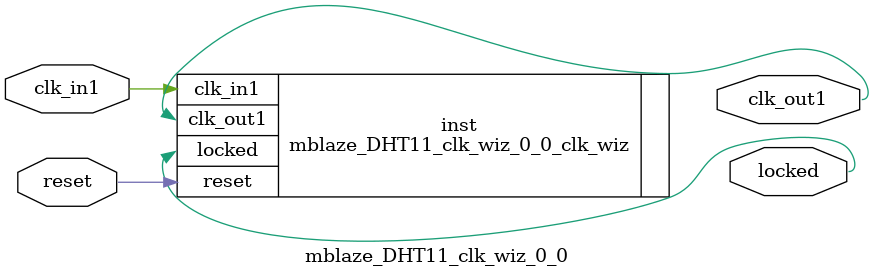
<source format=v>


`timescale 1ps/1ps

(* CORE_GENERATION_INFO = "mblaze_DHT11_clk_wiz_0_0,clk_wiz_v6_0_4_0_0,{component_name=mblaze_DHT11_clk_wiz_0_0,use_phase_alignment=true,use_min_o_jitter=false,use_max_i_jitter=false,use_dyn_phase_shift=false,use_inclk_switchover=false,use_dyn_reconfig=false,enable_axi=0,feedback_source=FDBK_AUTO,PRIMITIVE=MMCM,num_out_clk=1,clkin1_period=10.000,clkin2_period=10.000,use_power_down=false,use_reset=true,use_locked=true,use_inclk_stopped=false,feedback_type=SINGLE,CLOCK_MGR_TYPE=NA,manual_override=false}" *)

module mblaze_DHT11_clk_wiz_0_0 
 (
  // Clock out ports
  output        clk_out1,
  // Status and control signals
  input         reset,
  output        locked,
 // Clock in ports
  input         clk_in1
 );

  mblaze_DHT11_clk_wiz_0_0_clk_wiz inst
  (
  // Clock out ports  
  .clk_out1(clk_out1),
  // Status and control signals               
  .reset(reset), 
  .locked(locked),
 // Clock in ports
  .clk_in1(clk_in1)
  );

endmodule

</source>
